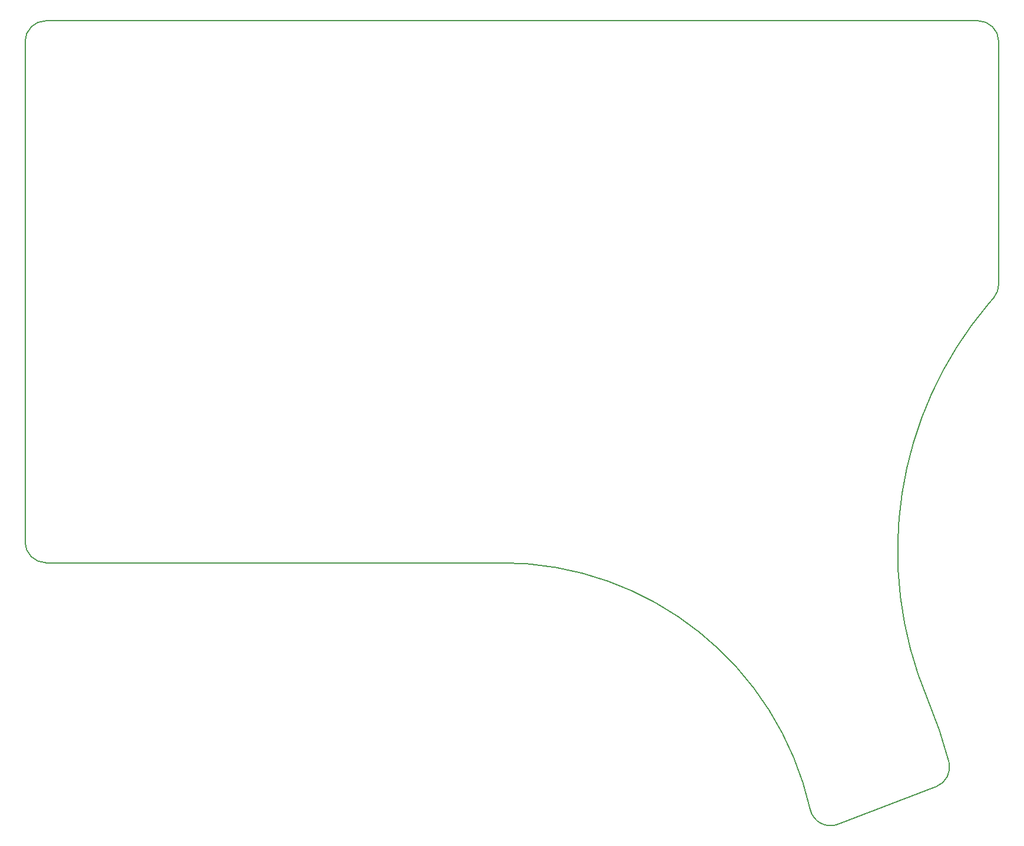
<source format=gbr>
%TF.GenerationSoftware,KiCad,Pcbnew,7.0.9*%
%TF.CreationDate,2023-12-16T00:05:47+09:00*%
%TF.ProjectId,Focus,466f6375-732e-46b6-9963-61645f706362,rev?*%
%TF.SameCoordinates,Original*%
%TF.FileFunction,Profile,NP*%
%FSLAX46Y46*%
G04 Gerber Fmt 4.6, Leading zero omitted, Abs format (unit mm)*
G04 Created by KiCad (PCBNEW 7.0.9) date 2023-12-16 00:05:47*
%MOMM*%
%LPD*%
G01*
G04 APERTURE LIST*
%TA.AperFunction,Profile*%
%ADD10C,0.200000*%
%TD*%
G04 APERTURE END LIST*
D10*
X189504725Y-138718103D02*
G75*
G03*
X191331818Y-135157580I-1075025J2800703D01*
G01*
X198500000Y-31500000D02*
G75*
G03*
X195500000Y-28500000I-3000000J0D01*
G01*
X198500000Y-66401076D02*
X198500000Y-31500000D01*
X196980471Y-69295807D02*
X197790159Y-68338903D01*
X191331819Y-135157580D02*
G75*
G03*
X188282195Y-126178641I-64331819J-16842420D01*
G01*
X61500000Y-106500000D02*
X127000000Y-106500000D01*
X196980471Y-69295807D02*
G75*
G03*
X188282196Y-126178641I41986249J-35526823D01*
G01*
X61500000Y-28500000D02*
G75*
G03*
X58500000Y-31500000I0J-3000000D01*
G01*
X197790153Y-68338898D02*
G75*
G03*
X198500000Y-66401076I-2290053J1937798D01*
G01*
X195500000Y-28500000D02*
X61500000Y-28500000D01*
X171386556Y-141995818D02*
G75*
G03*
X127000000Y-106500000I-44386556J-10004182D01*
G01*
X58500000Y-103500000D02*
G75*
G03*
X61500000Y-106500000I3000000J0D01*
G01*
X171386501Y-141995830D02*
G75*
G03*
X175388246Y-144136942I2926599J659630D01*
G01*
X58500000Y-31500000D02*
X58500000Y-103500000D01*
X175388246Y-144136943D02*
X189504735Y-138718130D01*
M02*

</source>
